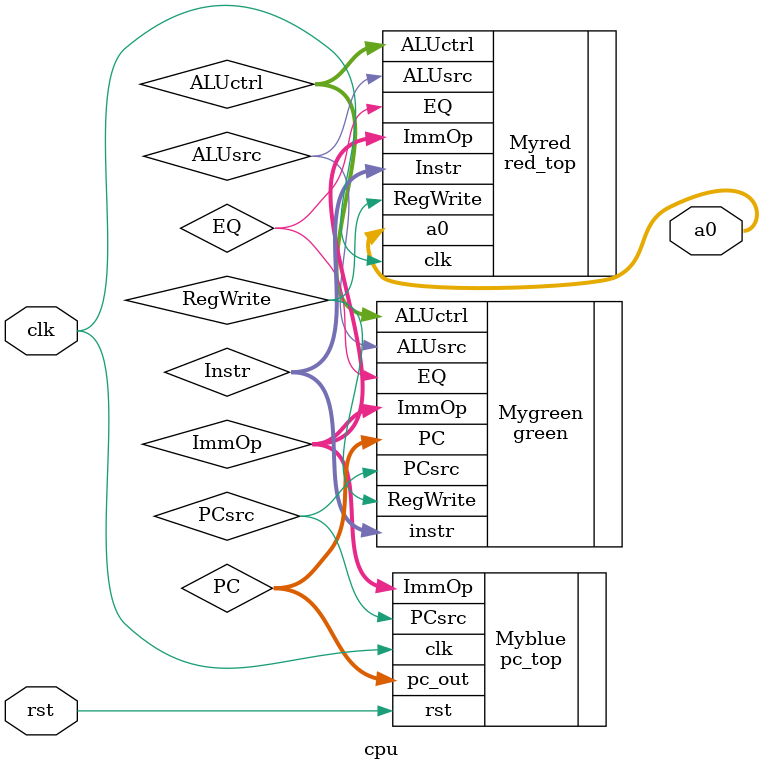
<source format=sv>
module cpu #(

    parameter DATA_WIDTH = 32
    //ADDRESS_WIDTH = 8

)(

    input logic                        clk,
    input logic                        rst,
    output logic [DATA_WIDTH-1:0]      a0


);

    //output internal logic for "green" module 
    logic   RegWrite;
    logic   [2:0] ALUctrl;
    logic   ALUsrc;
    //logic   ImmSrc;
    logic   PCsrc;
    logic   [DATA_WIDTH-1:0] ImmOp;
    logic   [DATA_WIDTH-1:0] Instr;

    //output internal logic for "red" module 
    logic EQ;

    //output internal logic for "blue" module
    logic [DATA_WIDTH-1:0] PC;

    //and then we would specify the "submodules here"   
        //green
        //blue
        //red
    //we can change the names 

pc_top Myblue(
    .clk(clk),
    .rst(rst),
    .pc_out(PC),
    .PCsrc(PCsrc),
    .ImmOp(ImmOp)
    );

green Mygreen(
    .EQ(EQ),
    .RegWrite(RegWrite),
    .ALUctrl(ALUctrl),
    .ALUsrc(ALUsrc),
    //.ImmSrc(ImmSrc),
    .PCsrc(PCsrc),
    .ImmOp(ImmOp),
    .PC(PC),
    .instr(Instr)
);

red_top Myred(
    .clk(clk),
    .a0(a0),
    .Instr(Instr),//we pass the whole Instruction, and then we separate inside red
    .RegWrite(RegWrite),
    .EQ(EQ),
    .ALUctrl(ALUctrl),
    .ALUsrc(ALUsrc),
    .ImmOp(ImmOp)
);
    
endmodule


</source>
